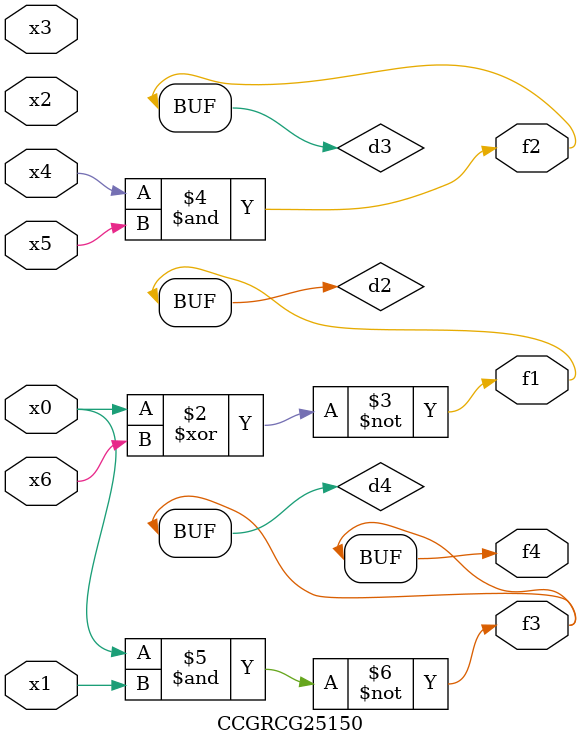
<source format=v>
module CCGRCG25150(
	input x0, x1, x2, x3, x4, x5, x6,
	output f1, f2, f3, f4
);

	wire d1, d2, d3, d4;

	nor (d1, x0);
	xnor (d2, x0, x6);
	and (d3, x4, x5);
	nand (d4, x0, x1);
	assign f1 = d2;
	assign f2 = d3;
	assign f3 = d4;
	assign f4 = d4;
endmodule

</source>
